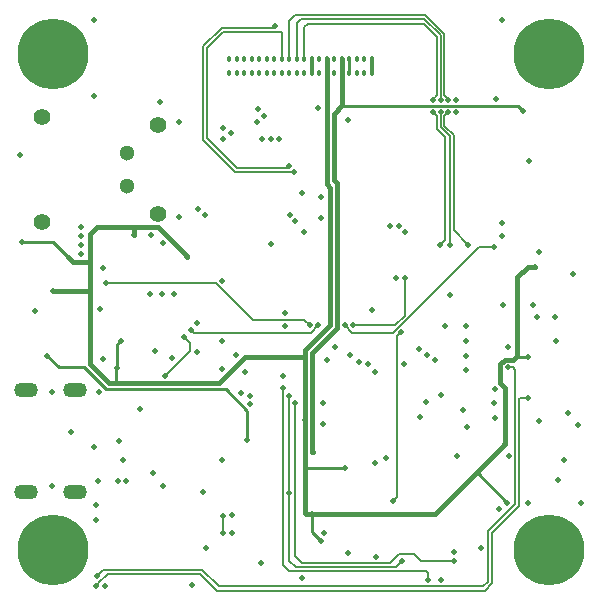
<source format=gbr>
%TF.GenerationSoftware,KiCad,Pcbnew,7.0.7*%
%TF.CreationDate,2024-01-21T18:01:16-05:00*%
%TF.ProjectId,Forerunner-Cubic-Mainboard,466f7265-7275-46e6-9e65-722d43756269,rev?*%
%TF.SameCoordinates,Original*%
%TF.FileFunction,Copper,L3,Inr*%
%TF.FilePolarity,Positive*%
%FSLAX46Y46*%
G04 Gerber Fmt 4.6, Leading zero omitted, Abs format (unit mm)*
G04 Created by KiCad (PCBNEW 7.0.7) date 2024-01-21 18:01:16*
%MOMM*%
%LPD*%
G01*
G04 APERTURE LIST*
G04 Aperture macros list*
%AMRoundRect*
0 Rectangle with rounded corners*
0 $1 Rounding radius*
0 $2 $3 $4 $5 $6 $7 $8 $9 X,Y pos of 4 corners*
0 Add a 4 corners polygon primitive as box body*
4,1,4,$2,$3,$4,$5,$6,$7,$8,$9,$2,$3,0*
0 Add four circle primitives for the rounded corners*
1,1,$1+$1,$2,$3*
1,1,$1+$1,$4,$5*
1,1,$1+$1,$6,$7*
1,1,$1+$1,$8,$9*
0 Add four rect primitives between the rounded corners*
20,1,$1+$1,$2,$3,$4,$5,0*
20,1,$1+$1,$4,$5,$6,$7,0*
20,1,$1+$1,$6,$7,$8,$9,0*
20,1,$1+$1,$8,$9,$2,$3,0*%
G04 Aperture macros list end*
%TA.AperFunction,ComponentPad*%
%ADD10C,6.000000*%
%TD*%
%TA.AperFunction,ComponentPad*%
%ADD11RoundRect,0.540000X-0.460000X0.060000X-0.460000X-0.060000X0.460000X-0.060000X0.460000X0.060000X0*%
%TD*%
%TA.AperFunction,ComponentPad*%
%ADD12C,1.300000*%
%TD*%
%TA.AperFunction,ComponentPad*%
%ADD13C,1.400000*%
%TD*%
%TA.AperFunction,ComponentPad*%
%ADD14C,0.457200*%
%TD*%
%TA.AperFunction,ViaPad*%
%ADD15C,0.508000*%
%TD*%
%TA.AperFunction,Conductor*%
%ADD16C,0.381000*%
%TD*%
%TA.AperFunction,Conductor*%
%ADD17C,0.254000*%
%TD*%
%TA.AperFunction,Conductor*%
%ADD18C,0.152400*%
%TD*%
G04 APERTURE END LIST*
D10*
%TO.N,unconnected-(MH3-Pad1)*%
%TO.C,MH3*%
X46000000Y4000000D03*
%TD*%
%TO.N,unconnected-(MH4-Pad1)*%
%TO.C,MH4*%
X4000000Y4000000D03*
%TD*%
D11*
%TO.N,unconnected-(J1-SHLD-PadMH1)*%
%TO.C,J1*%
X5925000Y17570000D03*
%TO.N,unconnected-(J1-SHLD-PadMH2)*%
X1745000Y17570000D03*
%TO.N,unconnected-(J1-SHLD-PadMH3)*%
X5925000Y8930000D03*
%TO.N,unconnected-(J1-SHLD-PadMH4)*%
X1745000Y8930000D03*
%TD*%
D10*
%TO.N,unconnected-(MH1-Pad1)*%
%TO.C,MH1*%
X4000000Y46000000D03*
%TD*%
D12*
%TO.N,/SPE-PoDL_Interface/BI_DA+*%
%TO.C,J2*%
X10275000Y34850000D03*
%TO.N,/SPE-PoDL_Interface/BI_DA-*%
X10275000Y37650000D03*
D13*
%TO.N,unconnected-(J2-PadSHLD1)*%
X3125000Y31800000D03*
%TO.N,unconnected-(J2-PadSHLD2)*%
X12875000Y32450000D03*
%TO.N,unconnected-(J2-PadSHLD3)*%
X12875000Y40050000D03*
%TO.N,Net-(J2-PadSHLD4)*%
X3125000Y40700000D03*
%TD*%
D14*
%TO.N,/Stacking_Connector/SHLD*%
%TO.C,J4*%
X31032500Y44400000D03*
X31032500Y45600000D03*
%TO.N,+24V*%
X30397500Y44400000D03*
X30397500Y45600000D03*
%TO.N,24V_RTN*%
X29762500Y44400000D03*
X29762500Y45600000D03*
%TO.N,/Stacking_Connector/SHLD*%
X29127500Y44400000D03*
X29127500Y45600000D03*
%TO.N,+5VB*%
X28492500Y44400000D03*
X28492500Y45600000D03*
%TO.N,GND*%
X27857500Y44400000D03*
X27857500Y45600000D03*
%TO.N,+3V3*%
X27222500Y44400000D03*
X27222500Y45600000D03*
%TO.N,GND*%
X26587500Y44400000D03*
X26587500Y45600000D03*
%TO.N,/Stacking_Connector/SHLD*%
X25952500Y44400000D03*
X25952500Y45600000D03*
%TO.N,/ESP-32_Core/NRF24-TX-~{CS}*%
X25317500Y44400000D03*
%TO.N,/ESP-32_Core/NRF24-TX-IRQ*%
X25317500Y45600000D03*
%TO.N,/ESP-32_Core/NRF24-RX-~{CS}*%
X24682500Y44400000D03*
%TO.N,/ESP-32_Core/NRF24-RX-IRQ*%
X24682500Y45600000D03*
%TO.N,/ESP-32_Core/LoRa-~{CS}*%
X24047500Y44400000D03*
%TO.N,/ESP-32_Core/LoRa-IR*%
X24047500Y45600000D03*
%TO.N,GND*%
X23412500Y44400000D03*
%TO.N,/ESP-32_Core/MAX-8Q-~{CS}*%
X23412500Y45600000D03*
%TO.N,/Data_Storage/I2C.SDA*%
X22777500Y44400000D03*
%TO.N,/ESP-32_Core/BMX160-~{CS}*%
X22777500Y45600000D03*
%TO.N,/Data_Storage/I2C.SCL*%
X22142500Y44400000D03*
%TO.N,/ESP-32_Core/H3LIS-~{CS}*%
X22142500Y45600000D03*
%TO.N,GND*%
X21507500Y44400000D03*
%TO.N,/ESP-32_Core/MAGNETOMETER-~{CS}*%
X21507500Y45600000D03*
%TO.N,/Data_Storage/SPI1.MISO*%
X20872500Y44400000D03*
%TO.N,/ESP-32_Core/ADS1148-FS-~{CS}*%
X20872500Y45600000D03*
%TO.N,/Data_Storage/SPI1.MOSI*%
X20237500Y44400000D03*
%TO.N,/ESP-32_Core/MAX31856-1-~{CS}*%
X20237500Y45600000D03*
%TO.N,/Data_Storage/SPI1.SCLK*%
X19602500Y44400000D03*
%TO.N,/ESP-32_Core/MAX31856-2-~{CS}*%
X19602500Y45600000D03*
%TO.N,GND*%
X18967500Y44400000D03*
%TO.N,/ESP-32_Core/CONFIG-EXP-~{CS}*%
X18967500Y45600000D03*
%TD*%
D10*
%TO.N,unconnected-(MH2-Pad1)*%
%TO.C,MH2*%
X46000000Y46000000D03*
%TD*%
D15*
%TO.N,GND*%
X7850000Y9850000D03*
X12450000Y10600000D03*
X6400000Y29100000D03*
X16978502Y4200000D03*
X14700000Y40300000D03*
X48450000Y14600000D03*
X9961727Y11638273D03*
X6400000Y30650000D03*
X19500000Y20550000D03*
X41750000Y7500000D03*
X48750000Y8000000D03*
X6400000Y31350000D03*
X25100000Y1700000D03*
X22500000Y29950000D03*
X35100000Y15300000D03*
X32550000Y31500000D03*
X8250000Y20200000D03*
X31250000Y19150000D03*
X46500000Y23750000D03*
X3900000Y17400000D03*
X14250000Y25750000D03*
X37220300Y23000000D03*
X7650000Y6600000D03*
X44300000Y37000000D03*
X1200000Y37500000D03*
X25250000Y31000000D03*
X7900000Y17400000D03*
X38250000Y12000000D03*
X32200000Y11800000D03*
X37950000Y3900000D03*
X16700000Y8950000D03*
X6400000Y29850000D03*
X23500000Y18750000D03*
X15800000Y1100000D03*
X27000000Y5500000D03*
X20697818Y16392507D03*
X29000000Y40450000D03*
X48075000Y27425000D03*
X11400000Y16000000D03*
X16206575Y20783297D03*
X21600000Y2950000D03*
X31250000Y11400000D03*
X31400000Y3464700D03*
X23659900Y23000000D03*
X18350000Y26850000D03*
X2500000Y24250000D03*
X14700000Y32200000D03*
X47300000Y11650000D03*
X16900000Y32400000D03*
X9623718Y13297172D03*
X26500000Y41450000D03*
X38119006Y42176500D03*
X37613100Y25600000D03*
X38124691Y41161500D03*
X18300000Y21700000D03*
X13250000Y25750000D03*
X46750000Y10000000D03*
X26903502Y16500000D03*
X12350000Y30750000D03*
X42000000Y48950000D03*
X7500000Y42450000D03*
X42600000Y12000000D03*
X36900000Y1482100D03*
X35600000Y16600000D03*
X8000000Y24450000D03*
X16300000Y32900000D03*
X12250000Y25750000D03*
X46572851Y21706700D03*
X31070000Y24370000D03*
X8250000Y27956700D03*
X29000000Y3750000D03*
X45150000Y29250000D03*
X45000000Y23750000D03*
X8400000Y1000000D03*
X41500000Y42250000D03*
X3900000Y9450000D03*
X26900000Y14750000D03*
X18300000Y19350000D03*
X44250000Y8000000D03*
X7500000Y48950000D03*
X7650000Y7850000D03*
X40250000Y4250000D03*
X18300000Y11700000D03*
%TO.N,+VUSB*%
X9550000Y9900000D03*
X10200000Y9900000D03*
X13317500Y9429235D03*
%TO.N,/USB_Input/3V3_FTDI*%
X19176498Y7000000D03*
X19200000Y5500000D03*
%TO.N,+3V3*%
X15378221Y28871779D03*
X4043300Y26000000D03*
X10850000Y30700000D03*
X28750000Y11000000D03*
X44800000Y28000000D03*
X25337000Y15050000D03*
X26700000Y4800000D03*
X5400000Y28750000D03*
X9777848Y21777848D03*
X1400000Y30150000D03*
X25950000Y7100000D03*
X44250000Y20350000D03*
X42300000Y13050000D03*
X42500000Y8050000D03*
X9450000Y19450000D03*
%TO.N,/SPE-PoDL_Interface/BI_DA+*%
X13100000Y42000000D03*
%TO.N,/USB_Input/USB_N*%
X5525202Y14005796D03*
X7516446Y12753870D03*
%TO.N,+5VB*%
X20450000Y13350000D03*
X3550000Y20500000D03*
X43828502Y41200000D03*
X26044000Y12300000D03*
%TO.N,/SPE-PoDL_Interface/SPE-LED*%
X15100000Y22100000D03*
X13500000Y18800000D03*
%TO.N,/Data_Storage/SPI1.MOSI*%
X24540600Y31915525D03*
X20694100Y17100000D03*
X24000000Y8850000D03*
X33600000Y3150000D03*
X24009997Y17100000D03*
%TO.N,/Data_Storage/SPI1.SCLK*%
X12670300Y20900000D03*
X24070427Y32444200D03*
X14082100Y20273739D03*
X23500000Y17750000D03*
X35750000Y1482100D03*
%TO.N,/Data_Storage/SPI1.MISO*%
X25070300Y34300000D03*
X24550000Y16450000D03*
X37950000Y3150000D03*
%TO.N,/ESP-32_Core/NRF24-TX-~{CS}*%
X42025445Y30625445D03*
X42050000Y31729700D03*
%TO.N,/ESP-32_Core/NRF24-TX-IRQ*%
X36800000Y29850000D03*
X36184994Y41161500D03*
X36200000Y42176500D03*
%TO.N,/ESP-32_Core/NRF24-RX-IRQ*%
X36850000Y42176500D03*
X37600000Y29850000D03*
X36855685Y41161500D03*
%TO.N,/ESP-32_Core/LoRa-IR*%
X37490188Y41161500D03*
X37484503Y42176500D03*
X39200000Y29850000D03*
%TO.N,/ESP-32_Core/MAX-8Q-~{CS}*%
X23997068Y36593518D03*
%TO.N,/ESP-32_Core/BMX160-~{CS}*%
X24450000Y36050000D03*
X22800000Y48429700D03*
%TO.N,/Data_Storage/CARD-~{CS}*%
X33082100Y27100000D03*
X32850000Y8200000D03*
X33462285Y22462300D03*
%TO.N,/ESP-32_Core/MAGNETOMETER-~{CS}*%
X18450000Y39800000D03*
X23163919Y38800730D03*
%TO.N,/ESP-32_Core/ADS1148-FS-~{CS}*%
X19118346Y39329289D03*
X22449555Y38799555D03*
%TO.N,/ESP-32_Core/MAX31856-1-~{CS}*%
X21300000Y40320300D03*
%TO.N,/ESP-32_Core/MAX31856-2-~{CS}*%
X21850128Y40820731D03*
%TO.N,/ESP-32_Core/CONFIG-EXP-~{CS}*%
X21387972Y41379700D03*
%TO.N,/ESP-32_Core/H3LIS-~{CS}*%
X21700000Y38800000D03*
X18450000Y38800000D03*
%TO.N,/ESP-32_Core/~{RTS}*%
X44250000Y16900000D03*
X7692497Y1000000D03*
%TO.N,/ESP-32_Core/~{DTR}*%
X7725537Y1824463D03*
X45200000Y14950000D03*
X42550000Y19500000D03*
%TO.N,/ESP-32_Core/GPIO0*%
X36850000Y17200000D03*
X38725000Y15925000D03*
X47653282Y15654172D03*
%TO.N,/USB_Input/~{FTDI-LED}*%
X18400000Y5517900D03*
X18400000Y6929700D03*
%TO.N,/ESP-32_Core/LED*%
X19975445Y17370300D03*
X20265368Y19134500D03*
%TO.N,/ESP-32_Core/PIEZO*%
X42550000Y21250000D03*
%TO.N,/ESP-32_Core/RST-ADIN1110*%
X23650000Y24150000D03*
X29400000Y23050000D03*
X16200000Y23250000D03*
X33850000Y27100000D03*
%TO.N,/Data_Storage/FLASH-~{CS}*%
X26724300Y32165500D03*
X26724300Y33929700D03*
%TO.N,/ESP-32_Core/ADIN1110-~{CS}*%
X25750000Y23050000D03*
X8500000Y26617900D03*
%TO.N,Net-(U6-CEXT3)*%
X13300000Y30050000D03*
%TO.N,/ESP-32_Core/SPE-LINK-STATUS*%
X15691527Y22678247D03*
X41350000Y29700000D03*
X26500000Y23050000D03*
X28725000Y23050000D03*
%TO.N,Net-(U1-IO33)*%
X41450000Y17700000D03*
%TO.N,Net-(U1-IO32)*%
X41400000Y16500000D03*
%TO.N,Net-(U1-IO35)*%
X41450000Y15200000D03*
%TO.N,Net-(U1-IO34)*%
X39046611Y14424300D03*
%TO.N,Net-(U1-IO25)*%
X39000000Y19250000D03*
%TO.N,Net-(U1-IO26)*%
X39000000Y20500000D03*
%TO.N,Net-(U1-IO27)*%
X39000000Y21750000D03*
%TO.N,Net-(U1-IO14)*%
X39000000Y23000000D03*
%TO.N,/ESP-32_Core/SR-~{EN}*%
X27900000Y21200000D03*
X35050000Y21050500D03*
%TO.N,/ESP-32_Core/SRCLK*%
X35700000Y20550000D03*
X29200000Y20529700D03*
%TO.N,/ESP-32_Core/SRDATA*%
X27204815Y20113095D03*
%TO.N,/ESP-32_Core/~{SRCLR}*%
X36350000Y20100000D03*
X29900000Y19970300D03*
%TO.N,Net-(U2-QH')*%
X30700000Y19800000D03*
X33775289Y19800000D03*
%TO.N,/Data_Storage/I2C.SDA*%
X33850000Y30950000D03*
%TO.N,/Data_Storage/I2C.SCL*%
X42136900Y24766152D03*
X33320300Y31498654D03*
X44700000Y24800000D03*
%TD*%
D16*
%TO.N,+3V3*%
X25400000Y20350000D02*
X20300000Y20350000D01*
X42300000Y17761461D02*
X41905500Y18155961D01*
X25400000Y14750000D02*
X25400000Y14987000D01*
X25400000Y18400000D02*
X25400000Y20350000D01*
D17*
X9400000Y19400000D02*
X9450000Y19450000D01*
D16*
X43350000Y20528987D02*
X43350000Y27150000D01*
D17*
X25950000Y7100000D02*
X25950000Y5550000D01*
X9450000Y19450000D02*
X9450000Y21450000D01*
D16*
X27200000Y35000000D02*
X27500000Y34700000D01*
X15378221Y28921779D02*
X15378221Y28871779D01*
X25950000Y7100000D02*
X36350000Y7100000D01*
D17*
X25950000Y5550000D02*
X26700000Y4800000D01*
D16*
X7150000Y26000000D02*
X4043300Y26000000D01*
X41905500Y18155961D02*
X41905500Y19766961D01*
D17*
X42500000Y8050000D02*
X39900000Y10650000D01*
D16*
X9400000Y18150000D02*
X8750000Y18150000D01*
X41905500Y19766961D02*
X42283039Y20144500D01*
D17*
X25500000Y11000000D02*
X25400000Y10900000D01*
D16*
X7150000Y28700000D02*
X7150000Y30800000D01*
X25400000Y20971658D02*
X25400000Y18400000D01*
X43350000Y27150000D02*
X44200000Y28000000D01*
X36350000Y7100000D02*
X42300000Y13050000D01*
X27222500Y41722500D02*
X27200000Y41700000D01*
X27500000Y34700000D02*
X27500000Y23071658D01*
X25400000Y14750000D02*
X25400000Y10900000D01*
X7144500Y28455500D02*
X5694500Y28455500D01*
X20300000Y20350000D02*
X18100000Y18150000D01*
X12940500Y31359500D02*
X15378221Y28921779D01*
X10850000Y31359500D02*
X12940500Y31359500D01*
D17*
X9450000Y21450000D02*
X9777848Y21777848D01*
D16*
X42283039Y20144500D02*
X42965513Y20144500D01*
D17*
X28750000Y11000000D02*
X25500000Y11000000D01*
D16*
X42965513Y20144500D02*
X43185506Y20364494D01*
X27222500Y44400000D02*
X27222500Y41722500D01*
X25400000Y10900000D02*
X25400000Y7150000D01*
X7150000Y26000000D02*
X7150000Y28700000D01*
D17*
X39900000Y10650000D02*
X42300000Y13050000D01*
D16*
X25450000Y7100000D02*
X25950000Y7100000D01*
X42300000Y13050000D02*
X42300000Y17761461D01*
X25400000Y7150000D02*
X25450000Y7100000D01*
X27222500Y45600000D02*
X27222500Y44400000D01*
X25400000Y18400000D02*
X25400000Y14750000D01*
X18100000Y18150000D02*
X9400000Y18150000D01*
X27200000Y41700000D02*
X27200000Y35000000D01*
D17*
X43185506Y20364494D02*
X43200000Y20350000D01*
D16*
X5694500Y28455500D02*
X5400000Y28750000D01*
X10850000Y30700000D02*
X10850000Y31359500D01*
D17*
X43200000Y20350000D02*
X44250000Y20350000D01*
X9400000Y18150000D02*
X9400000Y19400000D01*
D16*
X7150000Y30800000D02*
X7709500Y31359500D01*
X25400000Y14987000D02*
X25337000Y15050000D01*
X43185506Y20364494D02*
X43350000Y20528987D01*
X27500000Y23071658D02*
X25400000Y20971658D01*
X7150000Y19750000D02*
X7150000Y26000000D01*
X44200000Y28000000D02*
X44800000Y28000000D01*
X8750000Y18150000D02*
X7150000Y19750000D01*
X7709500Y31359500D02*
X10850000Y31359500D01*
D17*
X4000000Y30150000D02*
X1400000Y30150000D01*
X5400000Y28750000D02*
X4000000Y30150000D01*
%TO.N,+5VB*%
X6632499Y19535645D02*
X8535645Y17632499D01*
D16*
X28081000Y22831000D02*
X25981000Y20731000D01*
D17*
X28531000Y41669000D02*
X28492500Y41707500D01*
D16*
X28492500Y44400000D02*
X28492500Y45600000D01*
X28500000Y41700000D02*
X27781000Y40981000D01*
X25981000Y12363000D02*
X26044000Y12300000D01*
D17*
X20450000Y15818666D02*
X20450000Y13350000D01*
X18636167Y17632499D02*
X20450000Y15818666D01*
X43359502Y41669000D02*
X28531000Y41669000D01*
D16*
X27781000Y40981000D02*
X27781000Y35400000D01*
D17*
X8535645Y17632499D02*
X18636167Y17632499D01*
X43828502Y41200000D02*
X43359502Y41669000D01*
D16*
X25981000Y20731000D02*
X25981000Y12363000D01*
X28081000Y35100000D02*
X28081000Y22831000D01*
X28492500Y41707500D02*
X28500000Y41700000D01*
D17*
X3550000Y20500000D02*
X4514355Y19535645D01*
X4514355Y19535645D02*
X6632499Y19535645D01*
D16*
X28492500Y44400000D02*
X28492500Y41707500D01*
X27781000Y35400000D02*
X28081000Y35100000D01*
D18*
%TO.N,/SPE-PoDL_Interface/SPE-LED*%
X15600000Y21600000D02*
X15600000Y20900000D01*
X15100000Y22100000D02*
X15600000Y21600000D01*
X15600000Y20900000D02*
X13500000Y18800000D01*
%TO.N,/Data_Storage/SPI1.MOSI*%
X26550000Y2582600D02*
X33032600Y2582600D01*
X24009997Y17100000D02*
X24009997Y8859997D01*
X33032600Y2582600D02*
X33600000Y3150000D01*
X24000000Y8850000D02*
X24000000Y3150000D01*
X24567400Y2582600D02*
X26550000Y2582600D01*
X24009997Y8859997D02*
X24000000Y8850000D01*
X24000000Y3150000D02*
X24567400Y2582600D01*
%TO.N,/Data_Storage/SPI1.SCLK*%
X23470300Y17720300D02*
X23470300Y2779700D01*
X24019800Y2230200D02*
X35619800Y2230200D01*
X35750000Y2100000D02*
X35750000Y1482100D01*
X35619800Y2230200D02*
X35750000Y2100000D01*
X23500000Y17750000D02*
X23470300Y17720300D01*
X23470300Y2779700D02*
X24019800Y2230200D01*
%TO.N,/Data_Storage/SPI1.MISO*%
X24550000Y3500000D02*
X25115000Y2935000D01*
X35150000Y3150000D02*
X37950000Y3150000D01*
X33330200Y3680200D02*
X34619800Y3680200D01*
X25115000Y2935000D02*
X32585000Y2935000D01*
X34619800Y3680200D02*
X35150000Y3150000D01*
X32585000Y2935000D02*
X33330200Y3680200D01*
X24550000Y16450000D02*
X24550000Y3500000D01*
%TO.N,/ESP-32_Core/NRF24-TX-IRQ*%
X36184994Y41161500D02*
X36576285Y40770209D01*
X36570600Y47487682D02*
X35463082Y48595200D01*
X36576285Y39673715D02*
X37247600Y39002400D01*
X37247600Y39002400D02*
X37247600Y30297600D01*
X36576285Y40770209D02*
X36576285Y39673715D01*
X36570600Y42547100D02*
X36570600Y47487682D01*
X25317500Y48312700D02*
X25317500Y45600000D01*
X37247600Y30297600D02*
X36800000Y29850000D01*
X25600000Y48595200D02*
X25317500Y48312700D01*
X35463082Y48595200D02*
X25600000Y48595200D01*
X36200000Y42176500D02*
X36570600Y42547100D01*
%TO.N,/ESP-32_Core/NRF24-RX-IRQ*%
X36850000Y47603413D02*
X35455813Y48997600D01*
X37600000Y39100000D02*
X37600000Y29850000D01*
X36855685Y39844315D02*
X37600000Y39100000D01*
X24682500Y48680100D02*
X24682500Y45600000D01*
X25000000Y48997600D02*
X24682500Y48680100D01*
X36855685Y41161500D02*
X36855685Y39844315D01*
X36850000Y42176500D02*
X36850000Y47603413D01*
X35455813Y48997600D02*
X25000000Y48997600D01*
%TO.N,/ESP-32_Core/LoRa-IR*%
X37135085Y39960047D02*
X37952400Y39142732D01*
X37490188Y41149424D02*
X37135085Y40794321D01*
X35550000Y49350000D02*
X37129400Y47770600D01*
X37129400Y42543679D02*
X37307200Y42365879D01*
X24550000Y49350000D02*
X35550000Y49350000D01*
X37135085Y40794321D02*
X37135085Y39960047D01*
X37307200Y42365879D02*
X37307200Y42353803D01*
X24047500Y45600000D02*
X24047500Y48847500D01*
X37307200Y42353803D02*
X37484503Y42176500D01*
X37952400Y39142732D02*
X37952400Y31097600D01*
X37129400Y47770600D02*
X37129400Y42543679D01*
X37952400Y31097600D02*
X39200000Y29850000D01*
X37490188Y41161500D02*
X37490188Y41149424D01*
X24047500Y48847500D02*
X24550000Y49350000D01*
%TO.N,/ESP-32_Core/MAX-8Q-~{CS}*%
X19595968Y36402400D02*
X23805950Y36402400D01*
X17100000Y38898368D02*
X19595968Y36402400D01*
X17100000Y46550000D02*
X17100000Y38898368D01*
X23300000Y47900000D02*
X18450000Y47900000D01*
X23412500Y45600000D02*
X23412500Y47787500D01*
X23805950Y36402400D02*
X23997068Y36593518D01*
X23412500Y47787500D02*
X23300000Y47900000D01*
X18450000Y47900000D02*
X17100000Y46550000D01*
%TO.N,/ESP-32_Core/BMX160-~{CS}*%
X18304032Y48252400D02*
X22622700Y48252400D01*
X16747600Y38752400D02*
X16747600Y46695968D01*
X19450000Y36050000D02*
X16747600Y38752400D01*
X24450000Y36050000D02*
X19450000Y36050000D01*
X22622700Y48252400D02*
X22800000Y48429700D01*
X16747600Y46695968D02*
X18304032Y48252400D01*
X22800000Y48429700D02*
X22800000Y48353500D01*
%TO.N,/Data_Storage/CARD-~{CS}*%
X33150000Y8500000D02*
X32850000Y8200000D01*
X33462285Y22462300D02*
X33150000Y22150015D01*
X33150000Y22150015D02*
X33150000Y8500000D01*
%TO.N,/ESP-32_Core/~{RTS}*%
X8650183Y2000000D02*
X16500000Y2000000D01*
X40600000Y600000D02*
X41219800Y1219800D01*
X43500000Y7750000D02*
X43500000Y16850000D01*
X17900000Y600000D02*
X40600000Y600000D01*
X41219800Y5469800D02*
X43500000Y7750000D01*
X43500000Y16850000D02*
X43550000Y16900000D01*
X43550000Y16900000D02*
X44250000Y16900000D01*
X7692497Y1000000D02*
X7869800Y1177303D01*
X41219800Y1219800D02*
X41219800Y5469800D01*
X7869800Y1177303D02*
X7869800Y1219617D01*
X7869800Y1219617D02*
X8650183Y2000000D01*
X16500000Y2000000D02*
X17900000Y600000D01*
%TO.N,/ESP-32_Core/~{DTR}*%
X42950000Y19500000D02*
X43147600Y19302400D01*
X42550000Y19500000D02*
X42950000Y19500000D01*
X16650000Y2352400D02*
X8253474Y2352400D01*
X43147600Y19302400D02*
X43147600Y7895968D01*
X40867400Y5615769D02*
X40867400Y1365768D01*
X8253474Y2352400D02*
X7725537Y1824463D01*
X40867400Y1365768D02*
X40454032Y952400D01*
X40454032Y952400D02*
X18050000Y952400D01*
X43147600Y7895968D02*
X40867400Y5615769D01*
X18050000Y952400D02*
X16650000Y2352400D01*
%TO.N,/USB_Input/~{FTDI-LED}*%
X18400000Y6853500D02*
X18400000Y5594100D01*
%TO.N,/ESP-32_Core/RST-ADIN1110*%
X29400000Y23050000D02*
X33008274Y23050000D01*
X33008274Y23050000D02*
X33850000Y23891726D01*
X33850000Y23891726D02*
X33850000Y27100000D01*
%TO.N,/ESP-32_Core/ADIN1110-~{CS}*%
X25300000Y23500000D02*
X20950183Y23500000D01*
X17832283Y26617900D02*
X8500000Y26617900D01*
X25750000Y23050000D02*
X25300000Y23500000D01*
X20950183Y23500000D02*
X17832283Y26617900D01*
%TO.N,/ESP-32_Core/SPE-LINK-STATUS*%
X40053406Y29700000D02*
X41350000Y29700000D01*
X15691527Y22678247D02*
X15939351Y22430423D01*
X29325000Y22450000D02*
X32803406Y22450000D01*
X25880423Y22430423D02*
X26500000Y23050000D01*
X28725000Y23050000D02*
X29325000Y22450000D01*
X32803406Y22450000D02*
X40053406Y29700000D01*
X15939351Y22430423D02*
X25880423Y22430423D01*
%TD*%
%TA.AperFunction,Conductor*%
%TO.N,/Stacking_Connector/SHLD*%
G36*
X29256694Y45581694D02*
G01*
X29275000Y45537500D01*
X29275000Y44462500D01*
X29256694Y44418306D01*
X29212500Y44400000D01*
X29037500Y44400000D01*
X28993306Y44418306D01*
X28975000Y44462500D01*
X28975000Y45537500D01*
X28993306Y45581694D01*
X29037500Y45600000D01*
X29212500Y45600000D01*
X29256694Y45581694D01*
G37*
%TD.AperFunction*%
%TD*%
%TA.AperFunction,Conductor*%
%TO.N,/Stacking_Connector/SHLD*%
G36*
X31156694Y45581694D02*
G01*
X31175000Y45537500D01*
X31175000Y44462500D01*
X31156694Y44418306D01*
X31112500Y44400000D01*
X30937500Y44400000D01*
X30893306Y44418306D01*
X30875000Y44462500D01*
X30875000Y45537500D01*
X30893306Y45581694D01*
X30937500Y45600000D01*
X31112500Y45600000D01*
X31156694Y45581694D01*
G37*
%TD.AperFunction*%
%TD*%
%TA.AperFunction,Conductor*%
%TO.N,/Stacking_Connector/SHLD*%
G36*
X26081694Y45581694D02*
G01*
X26100000Y45537500D01*
X26100000Y44462500D01*
X26081694Y44418306D01*
X26037500Y44400000D01*
X25862500Y44400000D01*
X25818306Y44418306D01*
X25800000Y44462500D01*
X25800000Y45537500D01*
X25818306Y45581694D01*
X25862500Y45600000D01*
X26037500Y45600000D01*
X26081694Y45581694D01*
G37*
%TD.AperFunction*%
%TD*%
M02*

</source>
